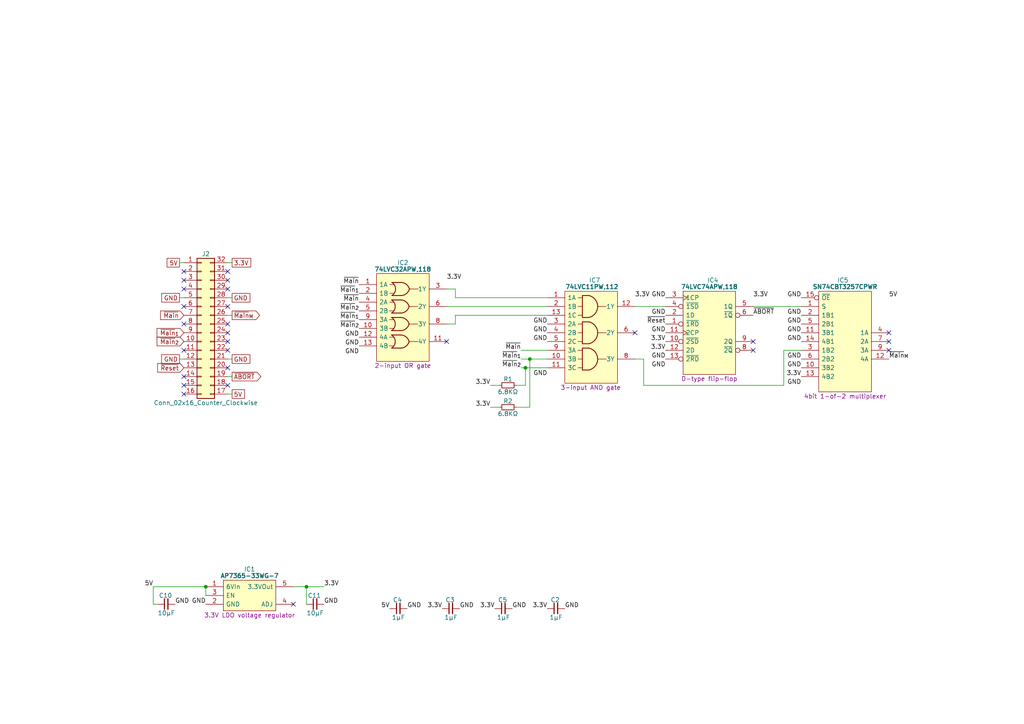
<source format=kicad_sch>
(kicad_sch (version 20231120) (generator "eeschema") (generator_version "8.0")
  (paper "A4")
  (title_block (title "Clock Hold Standard") (date "2023-10-07") (rev "V0"))
  (lib_symbols
    (symbol "Connector_Generic:Conn_02x16_Counter_Clockwise" (pin_names (offset 1.016) hide)
      (property "Reference" "J" (at 1.27 20.32 0))
      (property "Value" "Conn_02x16_Counter_Clockwise" (at 1.27 -22.86 0))
      (symbol "Conn_02x16_Counter_Clockwise_1_1"
        (rectangle (start -1.27 -20.193) (end 0 -20.447) (stroke (width 0.1524)))
        (rectangle (start -1.27 -17.653) (end 0 -17.907) (stroke (width 0.1524)))
        (rectangle (start -1.27 -15.113) (end 0 -15.367) (stroke (width 0.1524)))
        (rectangle (start -1.27 -12.573) (end 0 -12.827) (stroke (width 0.1524)))
        (rectangle (start -1.27 -10.033) (end 0 -10.287) (stroke (width 0.1524)))
        (rectangle (start -1.27 -7.493) (end 0 -7.747) (stroke (width 0.1524)))
        (rectangle (start -1.27 -4.953) (end 0 -5.207) (stroke (width 0.1524)))
        (rectangle (start -1.27 -2.413) (end 0 -2.667) (stroke (width 0.1524)))
        (rectangle (start -1.27 0.127) (end 0 -0.127) (stroke (width 0.1524)))
        (rectangle (start -1.27 2.667) (end 0 2.413) (stroke (width 0.1524)))
        (rectangle (start -1.27 5.207) (end 0 4.953) (stroke (width 0.1524)))
        (rectangle (start -1.27 7.747) (end 0 7.493) (stroke (width 0.1524)))
        (rectangle (start -1.27 10.287) (end 0 10.033) (stroke (width 0.1524)))
        (rectangle (start -1.27 12.827) (end 0 12.573) (stroke (width 0.1524)))
        (rectangle (start -1.27 15.367) (end 0 15.113) (stroke (width 0.1524)))
        (rectangle (start -1.27 17.907) (end 0 17.653) (stroke (width 0.1524)))
        (rectangle (start -1.27 19.05) (end 3.81 -21.59) (stroke (width 0.254)) (fill (type background)))
        (rectangle (start 3.81 -20.193) (end 2.54 -20.447) (stroke (width 0.1524)))
        (rectangle (start 3.81 -17.653) (end 2.54 -17.907) (stroke (width 0.1524)))
        (rectangle (start 3.81 -15.113) (end 2.54 -15.367) (stroke (width 0.1524)))
        (rectangle (start 3.81 -12.573) (end 2.54 -12.827) (stroke (width 0.1524)))
        (rectangle (start 3.81 -10.033) (end 2.54 -10.287) (stroke (width 0.1524)))
        (rectangle (start 3.81 -7.493) (end 2.54 -7.747) (stroke (width 0.1524)))
        (rectangle (start 3.81 -4.953) (end 2.54 -5.207) (stroke (width 0.1524)))
        (rectangle (start 3.81 -2.413) (end 2.54 -2.667) (stroke (width 0.1524)))
        (rectangle (start 3.81 0.127) (end 2.54 -0.127) (stroke (width 0.1524)))
        (rectangle (start 3.81 2.667) (end 2.54 2.413) (stroke (width 0.1524)))
        (rectangle (start 3.81 5.207) (end 2.54 4.953) (stroke (width 0.1524)))
        (rectangle (start 3.81 7.747) (end 2.54 7.493) (stroke (width 0.1524)))
        (rectangle (start 3.81 10.287) (end 2.54 10.033) (stroke (width 0.1524)))
        (rectangle (start 3.81 12.827) (end 2.54 12.573) (stroke (width 0.1524)))
        (rectangle (start 3.81 15.367) (end 2.54 15.113) (stroke (width 0.1524)))
        (rectangle (start 3.81 17.907) (end 2.54 17.653) (stroke (width 0.1524)))
        (pin passive line (at -5.08 17.78 0) (length 3.81) (name "Pin_1") (number "1"))
        (pin passive line (at -5.08 -5.08 0) (length 3.81) (name "Pin_10") (number "10"))
        (pin passive line (at -5.08 -7.62 0) (length 3.81) (name "Pin_11") (number "11"))
        (pin passive line (at -5.08 -10.16 0) (length 3.81) (name "Pin_12") (number "12"))
        (pin passive line (at -5.08 -12.7 0) (length 3.81) (name "Pin_13") (number "13"))
        (pin passive line (at -5.08 -15.24 0) (length 3.81) (name "Pin_14") (number "14"))
        (pin passive line (at -5.08 -17.78 0) (length 3.81) (name "Pin_15") (number "15"))
        (pin passive line (at -5.08 -20.32 0) (length 3.81) (name "Pin_16") (number "16"))
        (pin passive line (at 7.62 -20.32 180) (length 3.81) (name "Pin_17") (number "17"))
        (pin passive line (at 7.62 -17.78 180) (length 3.81) (name "Pin_18") (number "18"))
        (pin passive line (at 7.62 -15.24 180) (length 3.81) (name "Pin_19") (number "19"))
        (pin passive line (at -5.08 15.24 0) (length 3.81) (name "Pin_2") (number "2"))
        (pin passive line (at 7.62 -12.7 180) (length 3.81) (name "Pin_20") (number "20"))
        (pin passive line (at 7.62 -10.16 180) (length 3.81) (name "Pin_21") (number "21"))
        (pin passive line (at 7.62 -7.62 180) (length 3.81) (name "Pin_22") (number "22"))
        (pin passive line (at 7.62 -5.08 180) (length 3.81) (name "Pin_23") (number "23"))
        (pin passive line (at 7.62 -2.54 180) (length 3.81) (name "Pin_24") (number "24"))
        (pin passive line (at 7.62 0 180) (length 3.81) (name "Pin_25") (number "25"))
        (pin passive line (at 7.62 2.54 180) (length 3.81) (name "Pin_26") (number "26"))
        (pin passive line (at 7.62 5.08 180) (length 3.81) (name "Pin_27") (number "27"))
        (pin passive line (at 7.62 7.62 180) (length 3.81) (name "Pin_28") (number "28"))
        (pin passive line (at 7.62 10.16 180) (length 3.81) (name "Pin_29") (number "29"))
        (pin passive line (at -5.08 12.7 0) (length 3.81) (name "Pin_3") (number "3"))
        (pin passive line (at 7.62 12.7 180) (length 3.81) (name "Pin_30") (number "30"))
        (pin passive line (at 7.62 15.24 180) (length 3.81) (name "Pin_31") (number "31"))
        (pin passive line (at 7.62 17.78 180) (length 3.81) (name "Pin_32") (number "32"))
        (pin passive line (at -5.08 10.16 0) (length 3.81) (name "Pin_4") (number "4"))
        (pin passive line (at -5.08 7.62 0) (length 3.81) (name "Pin_5") (number "5"))
        (pin passive line (at -5.08 5.08 0) (length 3.81) (name "Pin_6") (number "6"))
        (pin passive line (at -5.08 2.54 0) (length 3.81) (name "Pin_7") (number "7"))
        (pin passive line (at -5.08 0 0) (length 3.81) (name "Pin_8") (number "8"))
        (pin passive line (at -5.08 -2.54 0) (length 3.81) (name "Pin_9") (number "9"))
      )
    )
    (symbol "Diodes_Inc:AP7365-33WG-7" (pin_names (offset 0.762))
      (property "Reference" "IC" (at 12.7 5.08 0))
      (property "Value" "AP7365-33WG-7" (at 12.7 3.175 0))
      (property "Description" "3.3V LDO voltage regulator" (at 12.7 -8.255 0))
      (symbol "AP7365-33WG-7_0_0"
        (pin passive line (at 0 -5.08 0) (length 5.08) (name "GND") (number "2"))
        (pin input line (at 0 -2.54 0) (length 5.08) (name "EN") (number "3"))
        (pin passive line (at 25.4 -5.08 180) (length 5.08) (name "ADJ") (number "4"))
      )
      (symbol "AP7365-33WG-7_0_1"
        (polyline (pts (xy 5.08 1.905) (xy 20.32 1.905) (xy 20.32 -6.985) (xy 5.08 -6.985) (xy 5.08 1.905)) (fill (type background)))
      )
      (symbol "AP7365-33WG-7_1_0"
        (pin passive line (at 0 0 0) (length 5.08) (name "6VIn") (number "1"))
        (pin passive line (at 25.4 0 180) (length 5.08) (name "3.3VOut") (number "5"))
      )
    )
    (symbol "HCP65:C_0805" (pin_numbers hide) (pin_names (offset 0.254) hide)
      (property "Reference" "C" (at 2.286 2.54 0))
      (property "Value" "?μF" (at 2.54 -2.54 0))
      (symbol "C_0805_0_1"
        (polyline (pts (xy 1.9685 -1.4605) (xy 1.9685 1.5875)) (stroke (width 0.3048)))
        (polyline (pts (xy 2.9845 -1.4605) (xy 2.9845 1.5875)) (stroke (width 0.3302)))
      )
      (symbol "C_0805_1_1"
        (pin passive line (at 0 0 0) (length 2.032) (name "~") (number "1"))
        (pin passive line (at 5.08 0 180) (length 2.032) (name "~") (number "2"))
      )
    )
    (symbol "HCP65:R_0805" (pin_numbers hide) (pin_names hide)
      (property "Reference" "R" (at 2.54 1.778 0))
      (property "Value" "?Ω" (at 2.54 -1.905 0))
      (symbol "R_0805_0_1"
        (rectangle (start 0.762 0.762) (end 4.318 -0.762) (stroke (width 0.2032)))
      )
      (symbol "R_0805_1_1"
        (pin passive line (at 0 0 0) (length 0.72) (name "~") (number "1"))
        (pin passive line (at 5.08 0 180) (length 0.72) (name "~") (number "2"))
      )
    )
    (symbol "Nexperia:74LVC11PW,112" (pin_names (offset 0.762))
      (property "Reference" "IC" (at 12.065 5.08 0))
      (property "Value" "74LVC11PW,112" (at 5.08 3.175 0))
      (property "Description" "3-input AND gate" (at 3.81 -26.035 0))
      (symbol "74LVC11PW,112_0_0"
        (pin passive line (at 0 0 0) (length 5.08) (name "1A") (number "1"))
        (pin passive line (at 0 -17.78 0) (length 5.08) (name "3B") (number "10"))
        (pin passive line (at 0 -20.32 0) (length 5.08) (name "3C") (number "11"))
        (pin passive line (at 25.4 -2.54 180) (length 5.08) (name "1Y") (number "12"))
        (pin passive line (at 0 -5.08 0) (length 5.08) (name "1C") (number "13"))
        (pin passive line (at 25.4 0 180) (length 5.08) hide (name "3V") (number "14"))
        (pin passive line (at 0 -2.54 0) (length 5.08) (name "1B") (number "2"))
        (pin passive line (at 0 -7.62 0) (length 5.08) (name "2A") (number "3"))
        (pin passive line (at 0 -10.16 0) (length 5.08) (name "2B") (number "4"))
        (pin passive line (at 0 -12.7 0) (length 5.08) (name "2C") (number "5"))
        (pin passive line (at 25.4 -10.16 180) (length 5.08) (name "2Y") (number "6"))
        (pin passive line (at 0 -22.86 0) (length 5.08) hide (name "GND") (number "7"))
        (pin passive line (at 25.4 -17.78 180) (length 5.08) (name "3Y") (number "8"))
        (pin passive line (at 0 -15.24 0) (length 5.08) (name "3A") (number "9"))
      )
      (symbol "74LVC11PW,112_0_1"
        (polyline (pts (xy 8.89 -20.32) (xy 10.1599 -20.32)))
        (polyline (pts (xy 8.89 -17.78) (xy 10.1599 -17.78)))
        (polyline (pts (xy 8.89 -15.24) (xy 10.1599 -15.24)))
        (polyline (pts (xy 8.89 -12.7) (xy 10.1599 -12.7)))
        (polyline (pts (xy 8.89 -10.16) (xy 10.1599 -10.16)))
        (polyline (pts (xy 8.89 -7.62) (xy 10.1599 -7.62)))
        (polyline (pts (xy 8.89 -5.08) (xy 10.1599 -5.08)))
        (polyline (pts (xy 8.89 -2.54) (xy 10.1599 -2.54)))
        (polyline (pts (xy 8.89 0) (xy 10.1599 0)))
        (polyline (pts (xy 10.16 -14.605) (xy 10.16 -20.955)) (stroke (width 0.254)) (fill (type background)))
        (polyline (pts (xy 10.16 -6.985) (xy 10.16 -13.335)) (stroke (width 0.254)) (fill (type background)))
        (polyline (pts (xy 10.16 0.635) (xy 10.16 -5.715)) (stroke (width 0.254)) (fill (type background)))
        (polyline (pts (xy 12.065 -20.955) (xy 10.248 -20.955)) (stroke (width 0.254)) (fill (type background)))
        (polyline (pts (xy 12.065 -14.605) (xy 10.248 -14.605)) (stroke (width 0.254)) (fill (type background)))
        (polyline (pts (xy 12.065 -13.335) (xy 10.248 -13.335)) (stroke (width 0.254)) (fill (type background)))
        (polyline (pts (xy 12.065 -6.985) (xy 10.248 -6.985)) (stroke (width 0.254)) (fill (type background)))
        (polyline (pts (xy 12.065 -5.715) (xy 10.248 -5.715)) (stroke (width 0.254)) (fill (type background)))
        (polyline (pts (xy 12.065 0.635) (xy 10.248 0.635)) (stroke (width 0.254)) (fill (type background)))
        (polyline (pts (xy 14.605 -17.78) (xy 17.145 -17.78)))
        (polyline (pts (xy 14.605 -10.16) (xy 17.145 -10.16)))
        (polyline (pts (xy 14.605 -2.54) (xy 17.057 -2.54)))
        (polyline (pts (xy 5.08 1.905) (xy 20.32 1.905) (xy 20.32 -24.765) (xy 5.08 -24.765) (xy 5.08 1.905)) (stroke (width 0.1524)) (fill (type background)))
        (arc (start 12.065 -20.955) (mid 13.8808 -19.8042) (end 14.605 -17.78) (stroke (width 0.254)))
        (arc (start 12.065 -13.335) (mid 13.8808 -12.1842) (end 14.605 -10.16) (stroke (width 0.254)))
        (arc (start 12.065 -5.715) (mid 13.881 -4.5643) (end 14.605 -2.54) (stroke (width 0.254)))
        (arc (start 14.605 -17.78) (mid 13.8821 -15.7549) (end 12.065 -14.605) (stroke (width 0.254)))
        (arc (start 14.605 -10.16) (mid 13.8821 -8.1349) (end 12.065 -6.985) (stroke (width 0.254)))
        (arc (start 14.605 -2.54) (mid 13.8822 -0.5148) (end 12.065 0.635) (stroke (width 0.254)))
      )
    )
    (symbol "Nexperia:74LVC32APW,118" (pin_names (offset 0.762))
      (property "Reference" "IC" (at 12.7 6.35 0))
      (property "Value" "74LVC32APW,118" (at 12.7 4.445 0))
      (property "Description" "2-input OR gate" (at 12.7 -23.495 0))
      (symbol "74LVC32APW,118_0_0"
        (pin passive line (at 0 0 0) (length 5.08) (name "1A") (number "1"))
        (pin passive line (at 0 -12.7 0) (length 5.08) (name "3B") (number "10"))
        (pin passive line (at 25.4 -16.51 180) (length 5.08) (name "4Y") (number "11"))
        (pin passive line (at 0 -15.24 0) (length 5.08) (name "4A") (number "12"))
        (pin passive line (at 0 -17.78 0) (length 5.08) (name "4B") (number "13"))
        (pin passive line (at 25.4 1.27 180) (length 5.08) hide (name "3V") (number "14"))
        (pin passive line (at 0 -2.54 0) (length 5.08) (name "1B") (number "2"))
        (pin passive line (at 25.4 -1.27 180) (length 5.08) (name "1Y") (number "3"))
        (pin passive line (at 0 -5.08 0) (length 5.08) (name "2A") (number "4"))
        (pin passive line (at 0 -7.62 0) (length 5.08) (name "2B") (number "5"))
        (pin passive line (at 25.4 -6.35 180) (length 5.08) (name "2Y") (number "6"))
        (pin passive line (at 0 -20.32 0) (length 5.08) hide (name "GND") (number "7"))
        (pin passive line (at 25.4 -11.43 180) (length 5.08) (name "3Y") (number "8"))
        (pin passive line (at 0 -10.16 0) (length 5.08) (name "3A") (number "9"))
      )
      (symbol "74LVC32APW,118_0_1"
        (polyline (pts (xy 8.802 -17.78) (xy 10.0719 -17.78)))
        (polyline (pts (xy 8.802 -15.24) (xy 10.0719 -15.24)))
        (polyline (pts (xy 8.802 -12.7) (xy 10.0719 -12.7)))
        (polyline (pts (xy 8.802 -10.16) (xy 10.0719 -10.16)))
        (polyline (pts (xy 8.802 -7.62) (xy 10.0719 -7.62)))
        (polyline (pts (xy 8.802 -5.08) (xy 10.0719 -5.08)))
        (polyline (pts (xy 8.89 -2.54) (xy 10.1599 -2.54)))
        (polyline (pts (xy 8.89 0) (xy 10.1599 0)))
        (polyline (pts (xy 11.977 -18.415) (xy 9.437 -18.415)) (stroke (width 0.254)) (fill (type background)))
        (polyline (pts (xy 11.977 -14.605) (xy 9.437 -14.605)) (stroke (width 0.254)) (fill (type background)))
        (polyline (pts (xy 11.977 -13.335) (xy 9.437 -13.335)) (stroke (width 0.254)) (fill (type background)))
        (polyline (pts (xy 11.977 -9.525) (xy 9.437 -9.525)) (stroke (width 0.254)) (fill (type background)))
        (polyline (pts (xy 11.977 -8.255) (xy 9.437 -8.255)) (stroke (width 0.254)) (fill (type background)))
        (polyline (pts (xy 11.977 -4.445) (xy 9.437 -4.445)) (stroke (width 0.254)) (fill (type background)))
        (polyline (pts (xy 12.065 -3.175) (xy 9.525 -3.175)) (stroke (width 0.254)) (fill (type background)))
        (polyline (pts (xy 12.065 0.635) (xy 9.525 0.635)) (stroke (width 0.254)) (fill (type background)))
        (polyline (pts (xy 14.517 -16.51) (xy 17.057 -16.51)))
        (polyline (pts (xy 14.517 -11.43) (xy 17.057 -11.43)))
        (polyline (pts (xy 14.517 -6.35) (xy 17.057 -6.35)))
        (polyline (pts (xy 14.605 -1.27) (xy 17.145 -1.27)))
        (polyline (pts (xy 5.08 3.175) (xy 20.32 3.175) (xy 20.32 -22.225) (xy 5.08 -22.225) (xy 5.08 3.175)) (stroke (width 0.1524)) (fill (type background)))
        (arc (start 9.437 -18.415) (mid 10.4969 -16.51) (end 9.437 -14.605) (stroke (width 0.254)))
        (arc (start 9.437 -13.335) (mid 10.4969 -11.43) (end 9.437 -9.525) (stroke (width 0.254)))
        (arc (start 9.437 -8.255) (mid 10.4969 -6.35) (end 9.437 -4.445) (stroke (width 0.254)))
        (arc (start 9.525 -3.175) (mid 10.5848 -1.27) (end 9.525 0.635) (stroke (width 0.254)))
        (arc (start 11.977 -18.415) (mid 13.5751 -17.9001) (end 14.517 -16.51) (stroke (width 0.254)))
        (arc (start 11.977 -13.335) (mid 13.5751 -12.8201) (end 14.517 -11.43) (stroke (width 0.254)))
        (arc (start 11.977 -8.255) (mid 13.5751 -7.7401) (end 14.517 -6.35) (stroke (width 0.254)))
        (arc (start 12.065 -3.175) (mid 13.6633 -2.6602) (end 14.605 -1.27) (stroke (width 0.254)))
        (arc (start 14.517 -16.51) (mid 13.5761 -15.1187) (end 11.977 -14.605) (stroke (width 0.254)))
        (arc (start 14.517 -11.43) (mid 13.5761 -10.0387) (end 11.977 -9.525) (stroke (width 0.254)))
        (arc (start 14.517 -6.35) (mid 13.5761 -4.9587) (end 11.977 -4.445) (stroke (width 0.254)))
        (arc (start 14.605 -1.27) (mid 13.664 0.1212) (end 12.065 0.635) (stroke (width 0.254)))
      )
    )
    (symbol "Nexperia:74LVC74APW,118" (pin_names (offset 0.762))
      (property "Reference" "IC" (at 12.065 5.08 0))
      (property "Value" "74LVC74APW,118" (at 12.7 3.175 0))
      (property "Description" "D-type flip-flop" (at 12.7 -23.495 0))
      (symbol "74LVC74APW,118_0_0"
        (pin input inverted (at 0 -7.62 0) (length 5.08) (name "~{1RD}") (number "1"))
        (pin input inverted (at 0 -12.7 0) (length 5.08) (name "~{2SD}") (number "10"))
        (pin input clock (at 0 -10.16 0) (length 5.08) (name "2CP") (number "11"))
        (pin input line (at 0 -15.24 0) (length 5.08) (name "2D") (number "12"))
        (pin input inverted (at 0 -17.78 0) (length 5.08) (name "~{2RD}") (number "13"))
        (pin passive line (at 25.4 0 180) (length 5.08) hide (name "3V") (number "14"))
        (pin input line (at 0 -5.08 0) (length 5.08) (name "1D") (number "2"))
        (pin input clock (at 0 0 0) (length 5.08) (name "1CP") (number "3"))
        (pin input inverted (at 0 -2.54 0) (length 5.08) (name "~{1SD}") (number "4"))
        (pin output line (at 25.4 -2.54 180) (length 5.08) (name "1Q") (number "5"))
        (pin output inverted (at 25.4 -5.08 180) (length 5.08) (name "~{1Q}") (number "6"))
        (pin passive line (at 0 -20.32 0) (length 5.08) hide (name "GND") (number "7"))
        (pin output inverted (at 25.4 -15.24 180) (length 5.08) (name "~{2Q}") (number "8"))
        (pin output line (at 25.4 -12.7 180) (length 5.08) (name "2Q") (number "9"))
      )
      (symbol "74LVC74APW,118_0_1"
        (polyline (pts (xy 5.08 1.905) (xy 20.32 1.905) (xy 20.32 -22.225) (xy 5.08 -22.225) (xy 5.08 1.905)) (stroke (width 0.1524)) (fill (type background)))
      )
    )
    (symbol "Texas_Instruments:SN74CBT3257CPWR" (pin_names (offset 0.762))
      (property "Reference" "IC" (at 12.065 5.08 0))
      (property "Value" "SN74CBT3257CPWR" (at 12.7 3.175 0))
      (property "Description" "4bit 1-of-2 multiplexer" (at 12.7 -28.575 0))
      (symbol "SN74CBT3257CPWR_0_0"
        (pin input line (at 0 -2.54 0) (length 5.08) (name "S") (number "1"))
        (pin passive line (at 0 -25.4 0) (length 5.08) hide (name "GND") (number "8"))
      )
      (symbol "SN74CBT3257CPWR_0_1"
        (polyline (pts (xy 5.08 1.905) (xy 20.32 1.905) (xy 20.32 -27.305) (xy 5.08 -27.305) (xy 5.08 1.905)) (stroke (width 0.1524)) (fill (type background)))
      )
      (symbol "SN74CBT3257CPWR_1_0"
        (pin tri_state line (at 0 -20.32 0) (length 5.08) (name "3B2") (number "10"))
        (pin tri_state line (at 0 -10.16 0) (length 5.08) (name "3B1") (number "11"))
        (pin tri_state line (at 25.4 -17.78 180) (length 5.08) (name "4A") (number "12"))
        (pin tri_state line (at 0 -22.86 0) (length 5.08) (name "4B2") (number "13"))
        (pin tri_state line (at 0 -12.7 0) (length 5.08) (name "4B1") (number "14"))
        (pin input inverted (at 0 0 0) (length 5.08) (name "~{OE}") (number "15"))
        (pin passive line (at 25.4 0 180) (length 5.08) hide (name "5V") (number "16"))
        (pin tri_state line (at 0 -5.08 0) (length 5.08) (name "1B1") (number "2"))
        (pin tri_state line (at 0 -15.24 0) (length 5.08) (name "1B2") (number "3"))
        (pin tri_state line (at 25.4 -10.16 180) (length 5.08) (name "1A") (number "4"))
        (pin tri_state line (at 0 -7.62 0) (length 5.08) (name "2B1") (number "5"))
        (pin tri_state line (at 0 -17.78 0) (length 5.08) (name "2B2") (number "6"))
        (pin tri_state line (at 25.4 -12.7 180) (length 5.08) (name "2A") (number "7"))
        (pin tri_state line (at 25.4 -15.24 180) (length 5.08) (name "3A") (number "9"))
      )
    )
  )
  (junction (at 153.67 104.14))
  (junction (at 59.69 170.18))
  (junction (at 88.9 170.18))
  (junction (at 152.4 106.68))
  (no_connect (at 66.04 78.74))
  (no_connect (at 257.81 99.06))
  (no_connect (at 53.34 88.9))
  (no_connect (at 184.15 96.52))
  (no_connect (at 66.04 93.98))
  (no_connect (at 85.09 175.26))
  (no_connect (at 66.04 101.6))
  (no_connect (at 53.34 109.22))
  (no_connect (at 218.44 101.6))
  (no_connect (at 66.04 106.68))
  (no_connect (at 53.34 114.3))
  (no_connect (at 53.34 78.74))
  (no_connect (at 53.34 93.98))
  (no_connect (at 66.04 88.9))
  (no_connect (at 129.54 99.06))
  (no_connect (at 66.04 99.06))
  (no_connect (at 66.04 81.28))
  (no_connect (at 53.34 111.76))
  (no_connect (at 218.44 99.06))
  (no_connect (at 53.34 81.28))
  (no_connect (at 66.04 111.76))
  (no_connect (at 257.81 96.52))
  (no_connect (at 257.81 101.6))
  (no_connect (at 66.04 96.52))
  (no_connect (at 53.34 101.6))
  (no_connect (at 53.34 83.82))
  (no_connect (at 66.04 83.82))
  (wire (pts (xy 149.86 111.76) (xy 152.4 111.76)))
  (wire (pts (xy 129.54 93.98) (xy 132.08 93.98)))
  (wire (pts (xy 153.67 104.14) (xy 158.75 104.14)))
  (wire (pts (xy 88.9 175.26) (xy 88.9 170.18)))
  (wire (pts (xy 52.07 86.36) (xy 53.34 86.36)))
  (wire (pts (xy 151.13 104.14) (xy 153.67 104.14)))
  (wire (pts (xy 67.31 76.2) (xy 66.04 76.2)))
  (wire (pts (xy 144.78 111.76) (xy 142.24 111.76)))
  (wire (pts (xy 44.45 170.18) (xy 59.69 170.18)))
  (wire (pts (xy 67.31 91.44) (xy 66.04 91.44)))
  (wire (pts (xy 132.08 91.44) (xy 132.08 93.98)))
  (wire (pts (xy 184.15 88.9) (xy 193.04 88.9)))
  (wire (pts (xy 149.86 118.11) (xy 153.67 118.11)))
  (wire (pts (xy 152.4 106.68) (xy 152.4 111.76)))
  (wire (pts (xy 151.13 101.6) (xy 158.75 101.6)))
  (wire (pts (xy 59.69 170.18) (xy 59.69 172.72)))
  (wire (pts (xy 152.4 106.68) (xy 158.75 106.68)))
  (wire (pts (xy 132.08 86.36) (xy 158.75 86.36)))
  (wire (pts (xy 227.33 101.6) (xy 227.33 111.76)))
  (wire (pts (xy 67.31 114.3) (xy 66.04 114.3)))
  (wire (pts (xy 52.07 76.2) (xy 53.34 76.2)))
  (wire (pts (xy 186.69 104.14) (xy 184.15 104.14)))
  (wire (pts (xy 129.54 83.82) (xy 132.08 83.82)))
  (wire (pts (xy 85.09 170.18) (xy 88.9 170.18)))
  (wire (pts (xy 218.44 88.9) (xy 232.41 88.9)))
  (wire (pts (xy 186.69 104.14) (xy 186.69 111.76)))
  (wire (pts (xy 132.08 83.82) (xy 132.08 86.36)))
  (wire (pts (xy 151.13 106.68) (xy 152.4 106.68)))
  (wire (pts (xy 227.33 101.6) (xy 232.41 101.6)))
  (wire (pts (xy 153.67 118.11) (xy 153.67 104.14)))
  (wire (pts (xy 158.75 91.44) (xy 132.08 91.44)))
  (wire (pts (xy 44.45 170.18) (xy 44.45 175.26)))
  (wire (pts (xy 67.31 104.14) (xy 66.04 104.14)))
  (wire (pts (xy 67.31 86.36) (xy 66.04 86.36)))
  (wire (pts (xy 52.07 104.14) (xy 53.34 104.14)))
  (wire (pts (xy 129.54 88.9) (xy 158.75 88.9)))
  (wire (pts (xy 144.78 118.11) (xy 142.24 118.11)))
  (wire (pts (xy 227.33 111.76) (xy 186.69 111.76)))
  (wire (pts (xy 44.45 175.26) (xy 45.72 175.26)))
  (wire (pts (xy 88.9 170.18) (xy 93.98 170.18)))
  (wire (pts (xy 67.31 109.22) (xy 66.04 109.22)))
  (label "~{Main}_{1}" (at 104.14 85.09 180))
  (label "GND" (at 158.75 99.06 180))
  (label "3.3V" (at 128.27 176.53 180))
  (label "GND" (at 158.75 96.52 180))
  (label "3.3V" (at 184.15 86.36 0))
  (label "~{Main}_{M}" (at 257.81 104.14 0))
  (label "GND" (at 93.98 175.26 0))
  (label "3.3V" (at 129.54 81.28 0))
  (label "~{Main}" (at 104.14 82.55 180))
  (label "~{Main}" (at 104.14 87.63 180))
  (label "GND" (at 193.04 86.36 180))
  (label "GND" (at 232.41 106.68 180))
  (label "GND" (at 50.8 175.26 0))
  (label "5V" (at 44.45 170.18 180))
  (label "GND" (at 232.41 104.14 180))
  (label "GND" (at 193.04 96.52 180))
  (label "~{Main}_{2}" (at 104.14 90.17 180))
  (label "GND" (at 232.41 91.44 180))
  (label "GND" (at 104.14 97.79 180))
  (label "GND" (at 193.04 104.14 180))
  (label "GND" (at 59.69 175.26 180))
  (label "3.3V" (at 158.75 176.53 180))
  (label "GND" (at 148.59 176.53 0))
  (label "~{Main}_{2}" (at 151.13 106.68 180))
  (label "GND" (at 193.04 106.68 180))
  (label "GND" (at 158.75 109.22 180))
  (label "GND" (at 232.41 99.06 180))
  (label "5V" (at 113.03 176.53 180))
  (label "~{ABORT}" (at 218.44 91.44 0))
  (label "3.3V" (at 218.44 86.36 0))
  (label "3.3V" (at 232.41 109.22 180))
  (label "GND" (at 158.75 93.98 180))
  (label "GND" (at 232.41 93.98 180))
  (label "~{Reset}" (at 193.04 93.98 180))
  (label "GND" (at 133.35 176.53 0))
  (label "GND" (at 104.14 100.33 180))
  (label "3.3V" (at 193.04 99.06 180))
  (label "GND" (at 104.14 102.87 180))
  (label "3.3V" (at 142.24 118.11 180))
  (label "3.3V" (at 93.98 170.18 0))
  (label "3.3V" (at 143.51 176.53 180))
  (label "~{Main}_{2}" (at 104.14 95.25 180))
  (label "GND" (at 193.04 91.44 180))
  (label "GND" (at 232.41 86.36 180))
  (label "3.3V" (at 193.04 101.6 180))
  (label "GND" (at 232.41 111.76 180))
  (label "~{Main}_{1}" (at 151.13 104.14 180))
  (label "GND" (at 118.11 176.53 0))
  (label "~{Main}" (at 151.13 101.6 180))
  (label "GND" (at 163.83 176.53 0))
  (label "GND" (at 232.41 96.52 180))
  (label "~{Main}_{1}" (at 104.14 92.71 180))
  (label "5V" (at 257.81 86.36 0))
  (label "3.3V" (at 142.24 111.76 180))
  (global_label "~{Main}_{2}" (shape input) (at 53.34 99.06 180) (property "Intersheetrefs" "${INTERSHEET_REFS}" (effects (hide yes))))
  (global_label "3.3V" (shape passive) (at 67.31 76.2 0) (property "Intersheetrefs" "${INTERSHEET_REFS}" (effects (hide yes))))
  (global_label "~{Reset}" (shape input) (at 53.34 106.68 180) (property "Intersheetrefs" "${INTERSHEET_REFS}" (effects (hide yes))))
  (global_label "5V" (shape passive) (at 52.07 76.2 180) (property "Intersheetrefs" "${INTERSHEET_REFS}" (effects (hide yes))))
  (global_label "~{Main}" (shape input) (at 53.34 91.44 180) (property "Intersheetrefs" "${INTERSHEET_REFS}" (effects (hide yes))))
  (global_label "GND" (shape passive) (at 67.31 86.36 0) (property "Intersheetrefs" "${INTERSHEET_REFS}" (effects (hide yes))))
  (global_label "5V" (shape passive) (at 67.31 114.3 0) (property "Intersheetrefs" "${INTERSHEET_REFS}" (effects (hide yes))))
  (global_label "~{ABORT}" (shape output) (at 67.31 109.22 0) (property "Intersheetrefs" "${INTERSHEET_REFS}" (effects (hide yes))))
  (global_label "GND" (shape passive) (at 52.07 86.36 180) (property "Intersheetrefs" "${INTERSHEET_REFS}" (effects (hide yes))))
  (global_label "GND" (shape passive) (at 67.31 104.14 0) (property "Intersheetrefs" "${INTERSHEET_REFS}" (effects (hide yes))))
  (global_label "GND" (shape passive) (at 52.07 104.14 180) (property "Intersheetrefs" "${INTERSHEET_REFS}" (effects (hide yes))))
  (global_label "~{Main}_{M}" (shape output) (at 67.31 91.44 0) (property "Intersheetrefs" "${INTERSHEET_REFS}" (effects (hide yes))))
  (global_label "~{Main}_{1}" (shape input) (at 53.34 96.52 180) (property "Intersheetrefs" "${INTERSHEET_REFS}" (effects (hide yes))))
  (symbol (lib_id "Nexperia:74LVC32APW,118") (at 104.14 82.55 0) (unit 1)
    (property "Reference" "IC2" (at 116.84 76.2 0))
    (property "Value" "74LVC32APW,118" (at 116.84 78.105 0) (effects (font (bold yes))))
    (property "Footprint" "SamacSys_Parts:SOP65P640X110-14N" (effects (hide yes)))
    (property "Datasheet" "https://assets.nexperia.com/documents/data-sheet/74LVC32A.pdf" (effects (hide yes)))
    (property "Description" "2-input OR gate" (at 116.84 106.045 0))
    (property "Height" "1.1" (effects (hide yes)))
    (property "Manufacturer_Name" "Nexperia" (effects (hide yes)))
    (property "Manufacturer_Part_Number" "74LVC32APW,118" (effects (hide yes)))
    (property "Mouser Part Number" "771-74LVC32APW-T" (effects (hide yes)))
    (property "Mouser Price/Stock" "https://www.mouser.com/Search/Refine.aspx?Keyword=771-74LVC32APW-T" (effects (hide yes)))
    (property "Silkscreen" "74LVC32" (effects (hide yes)))
    (property "Garbage" "74LVC32A - Quad 2-input OR gate@en-us" (effects (hide yes)))
  )
  (symbol (lib_id "Connector_Generic:Conn_02x16_Counter_Clockwise") (at 58.42 93.98 0) (unit 1)
    (property "Reference" "J2" (at 59.69 73.66 0))
    (property "Value" "Conn_02x16_Counter_Clockwise" (at 59.69 116.84 0))
    (property "Footprint" "SamacSys_Parts:DIP-32_Board_W15.24mm" (effects (hide yes)))
    (property "Description" "Generic connector, double row, 02x16, counter clockwise pin numbering scheme (similar to DIP package numbering), script generated (kicad-library-utils/schlib/autogen/connector/)" (effects (hide yes)))
  )
  (symbol (lib_id "Nexperia:74LVC11PW,112") (at 158.75 86.36 0) (unit 1)
    (property "Reference" "IC7" (at 170.815 81.28 0) (effects (justify left)))
    (property "Value" "74LVC11PW,112" (at 163.83 83.185 0) (effects (font (bold yes)) (justify left)))
    (property "Footprint" "SamacSys_Parts:SOP65P640X110-14N" (effects (hide yes)))
    (property "Datasheet" "https://assets.nexperia.com/documents/data-sheet/74LVC11.pdf" (effects (hide yes)))
    (property "Description" "3-input AND gate" (at 162.56 112.395 0) (effects (justify left)))
    (property "Height" "1.1" (effects (hide yes)))
    (property "Mouser Part Number" "771-LVC11PW112" (effects (hide yes)))
    (property "Mouser Price/Stock" "https://www.mouser.co.uk/ProductDetail/Nexperia/74LVC11PW112?qs=me8TqzrmIYUpAtZGADtB2w%3D%3D" (effects (hide yes)))
    (property "Manufacturer_Name" "Nexperia" (effects (hide yes)))
    (property "Manufacturer_Part_Number" "74LVC11PW,112" (effects (hide yes)))
    (property "Silkscreen" "74LVC11PW" (effects (hide yes)))
    (property "Garbage" "74LVC11 - Triple 3-input AND gate@en-us" (effects (hide yes)))
  )
  (symbol (lib_id "HCP65:C_0805") (at 128.27 176.53 0) (unit 1)
    (property "Reference" "C3" (at 130.556 173.99 0))
    (property "Value" "1μF" (at 130.81 179.07 0))
    (property "Footprint" "SamacSys_Parts:C_0805" (effects (hide yes)))
  )
  (symbol (lib_id "HCP65:R_0805") (at 144.78 111.76 0) (unit 1)
    (property "Reference" "R1" (at 147.32 109.982 0))
    (property "Value" "6.8KΩ" (at 147.32 113.665 0))
    (property "Footprint" "SamacSys_Parts:R_0805" (effects (hide yes)))
  )
  (symbol (lib_id "HCP65:C_0805") (at 143.51 176.53 0) (unit 1)
    (property "Reference" "C5" (at 145.796 173.99 0))
    (property "Value" "1μF" (at 146.05 179.07 0))
    (property "Footprint" "SamacSys_Parts:C_0805" (effects (hide yes)))
  )
  (symbol (lib_id "Texas_Instruments:SN74CBT3257CPWR") (at 232.41 86.36 0) (unit 1)
    (property "Reference" "IC5" (at 244.475 81.28 0))
    (property "Value" "SN74CBT3257CPWR" (at 245.11 83.185 0) (effects (font (bold yes))))
    (property "Footprint" "SamacSys_Parts:SOP65P640X120-16N" (effects (hide yes)))
    (property "Datasheet" "http://www.ti.com/lit/gpn/sn74cbt3257c" (effects (hide yes)))
    (property "Description" "4bit 1-of-2 multiplexer" (at 245.11 114.935 0))
    (property "Height" "1.2" (effects (hide yes)))
    (property "Manufacturer_Name" "Texas Instruments" (effects (hide yes)))
    (property "Manufacturer_Part_Number" "SN74CBT3257CPWR" (effects (hide yes)))
    (property "Mouser Part Number" "595-SN74CBT3257CPWR" (effects (hide yes)))
    (property "Mouser Price/Stock" "https://www.mouser.co.uk/ProductDetail/Texas-Instruments/SN74CBT3257CPWR?qs=mE33ZKBHyE5D4NimaCu2TA%3D%3D" (effects (hide yes)))
    (property "Silkscreen" "74CBT3257" (effects (hide yes)))
    (property "Garbage" "4-Bit 1-Of-2 FET Multiplexer/Demultiplexer with -2 V Undershoot Protection" (effects (hide yes)))
  )
  (symbol (lib_id "HCP65:C_0805") (at 45.72 175.26 0) (unit 1)
    (property "Reference" "C10" (at 48.006 172.72 0))
    (property "Value" "10µF" (at 45.72 177.8 0) (effects (justify left)))
    (property "Footprint" "SamacSys_Parts:C_0805" (effects (hide yes)))
  )
  (symbol (lib_id "HCP65:C_0805") (at 158.75 176.53 0) (unit 1)
    (property "Reference" "C2" (at 161.036 173.99 0))
    (property "Value" "1μF" (at 161.29 179.07 0))
    (property "Footprint" "SamacSys_Parts:C_0805" (effects (hide yes)))
  )
  (symbol (lib_id "HCP65:C_0805") (at 113.03 176.53 0) (unit 1)
    (property "Reference" "C4" (at 115.316 173.99 0))
    (property "Value" "1μF" (at 115.57 179.07 0))
    (property "Footprint" "SamacSys_Parts:C_0805" (effects (hide yes)))
  )
  (symbol (lib_id "Diodes_Inc:AP7365-33WG-7") (at 59.69 170.18 0) (unit 1)
    (property "Reference" "IC1" (at 72.39 165.1 0))
    (property "Value" "AP7365-33WG-7" (at 72.39 167.005 0) (effects (font (bold yes))))
    (property "Footprint" "SamacSys_Parts:SOT95P285X130-5N" (effects (hide yes)))
    (property "Datasheet" "https://componentsearchengine.com/Datasheets/1/AP7365-33WG-7.pdf" (effects (hide yes)))
    (property "Description" "3.3V LDO voltage regulator" (at 72.39 178.435 0))
    (property "Height" "1.3" (effects (hide yes)))
    (property "Manufacturer_Name" "Diodes Inc." (effects (hide yes)))
    (property "Manufacturer_Part_Number" "AP7365-33WG-7" (effects (hide yes)))
    (property "Mouser Part Number" "621-AP7365-33WG-7" (effects (hide yes)))
    (property "Mouser Price/Stock" "https://www.mouser.co.uk/ProductDetail/Diodes-Incorporated/AP7365-33WG-7?qs=abZ1nkZpTuOZFvxvoFPL0w%3D%3D" (effects (hide yes)))
    (property "Arrow Part Number" "AP7365-33WG-7" (effects (hide yes)))
    (property "Arrow Price/Stock" "https://www.arrow.com/en/products/ap7365-33wg-7/diodes-incorporated?region=nac" (effects (hide yes)))
    (property "Silkscreen" "AP7365" (effects (hide yes)))
    (property "Garbage" "DiodesZetex AP7365-33WG-7, LDO Voltage Regulator, 600mA, 3.3 V +/-2%, 2  6 Vin, 5-Pin SOT-25" (effects (hide yes)))
  )
  (symbol (lib_id "HCP65:R_0805") (at 144.78 118.11 0) (unit 1)
    (property "Reference" "R2" (at 147.32 116.332 0))
    (property "Value" "6.8KΩ" (at 147.32 120.015 0))
    (property "Footprint" "SamacSys_Parts:R_0805" (effects (hide yes)))
  )
  (symbol (lib_id "HCP65:C_0805") (at 88.9 175.26 0) (unit 1)
    (property "Reference" "C11" (at 91.186 172.72 0))
    (property "Value" "10µF" (at 88.9 177.8 0) (effects (justify left)))
    (property "Footprint" "SamacSys_Parts:C_0805" (effects (hide yes)))
  )
  (symbol (lib_id "Nexperia:74LVC74APW,118") (at 193.04 86.36 0) (unit 1)
    (property "Reference" "IC4" (at 205.105 81.28 0) (effects (justify left)))
    (property "Value" "74LVC74APW,118" (at 205.74 83.185 0) (effects (font (bold yes))))
    (property "Footprint" "SamacSys_Parts:SOP65P640X110-14N" (effects (hide yes)))
    (property "Datasheet" "https://assets.nexperia.com/documents/data-sheet/74LVC74A.pdf" (effects (hide yes)))
    (property "Description" "D-type flip-flop" (at 205.74 109.855 0))
    (property "Height" "1.1" (effects (hide yes)))
    (property "Mouser Part Number" "771-74LVC74APW-T" (effects (hide yes)))
    (property "Mouser Price/Stock" "https://www.mouser.co.uk/ProductDetail/Nexperia/74LVC74APW118?qs=me8TqzrmIYVtXwVfet0lzw%3D%3D" (effects (hide yes)))
    (property "Manufacturer_Name" "Nexperia" (effects (hide yes)))
    (property "Manufacturer_Part_Number" "74LVC74APW,118" (effects (hide yes)))
    (property "Silkscreen" "74LVC74" (effects (hide yes)))
    (property "Garbage" "74LVC74A - Dual D-type flip-flop with set and reset; positive-edge trigger@en-us" (effects (hide yes)))
  )
)
</source>
